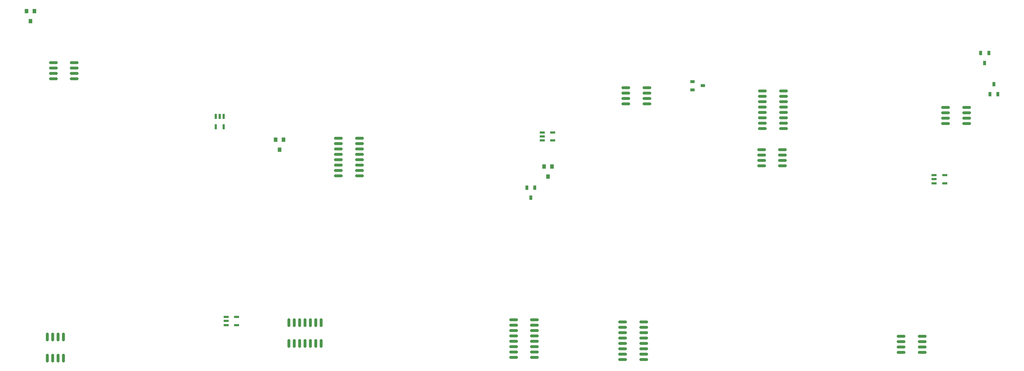
<source format=gtp>
%TF.GenerationSoftware,KiCad,Pcbnew,9.0.3*%
%TF.CreationDate,2025-12-20T20:15:01+09:00*%
%TF.ProjectId,VCOSeparate,56434f53-6570-4617-9261-74652e6b6963,rev?*%
%TF.SameCoordinates,Original*%
%TF.FileFunction,Paste,Top*%
%TF.FilePolarity,Positive*%
%FSLAX46Y46*%
G04 Gerber Fmt 4.6, Leading zero omitted, Abs format (unit mm)*
G04 Created by KiCad (PCBNEW 9.0.3) date 2025-12-20 20:15:01*
%MOMM*%
%LPD*%
G01*
G04 APERTURE LIST*
G04 Aperture macros list*
%AMRoundRect*
0 Rectangle with rounded corners*
0 $1 Rounding radius*
0 $2 $3 $4 $5 $6 $7 $8 $9 X,Y pos of 4 corners*
0 Add a 4 corners polygon primitive as box body*
4,1,4,$2,$3,$4,$5,$6,$7,$8,$9,$2,$3,0*
0 Add four circle primitives for the rounded corners*
1,1,$1+$1,$2,$3*
1,1,$1+$1,$4,$5*
1,1,$1+$1,$6,$7*
1,1,$1+$1,$8,$9*
0 Add four rect primitives between the rounded corners*
20,1,$1+$1,$2,$3,$4,$5,0*
20,1,$1+$1,$4,$5,$6,$7,0*
20,1,$1+$1,$6,$7,$8,$9,0*
20,1,$1+$1,$8,$9,$2,$3,0*%
G04 Aperture macros list end*
%ADD10RoundRect,0.150000X-0.825000X-0.150000X0.825000X-0.150000X0.825000X0.150000X-0.825000X0.150000X0*%
%ADD11R,1.000000X0.800000*%
%ADD12R,0.800000X1.000000*%
%ADD13R,1.200000X0.600000*%
%ADD14R,0.600000X1.200000*%
%ADD15RoundRect,0.150000X0.150000X-0.825000X0.150000X0.825000X-0.150000X0.825000X-0.150000X-0.825000X0*%
%ADD16R,0.950000X1.000000*%
%ADD17RoundRect,0.150000X-0.850000X-0.150000X0.850000X-0.150000X0.850000X0.150000X-0.850000X0.150000X0*%
%ADD18RoundRect,0.150000X-0.150000X0.825000X-0.150000X-0.825000X0.150000X-0.825000X0.150000X0.825000X0*%
G04 APERTURE END LIST*
D10*
%TO.C,IC9*%
X231143000Y-111443000D03*
X231143000Y-112713000D03*
X231143000Y-113983000D03*
X231143000Y-115253000D03*
X236093000Y-115253000D03*
X236093000Y-113983000D03*
X236093000Y-112713000D03*
X236093000Y-111443000D03*
%TD*%
D11*
%TO.C,Q2*%
X181877000Y-51247000D03*
X181877000Y-53147000D03*
X184277000Y-52197000D03*
%TD*%
D12*
%TO.C,Q6*%
X252095000Y-54229000D03*
X253995000Y-54229000D03*
X253045000Y-51829000D03*
%TD*%
D10*
%TO.C,U10*%
X30861000Y-46736000D03*
X30861000Y-48006000D03*
X30861000Y-49276000D03*
X30861000Y-50546000D03*
X35811000Y-50546000D03*
X35811000Y-49276000D03*
X35811000Y-48006000D03*
X35811000Y-46736000D03*
%TD*%
D13*
%TO.C,IC10*%
X238907000Y-73345000D03*
X238907000Y-74295000D03*
X238907000Y-75245000D03*
X241407000Y-75245000D03*
X241407000Y-73345000D03*
%TD*%
D14*
%TO.C,IC1*%
X71120000Y-59436000D03*
X70170000Y-59436000D03*
X69220000Y-59436000D03*
X69220000Y-61936000D03*
X71120000Y-61936000D03*
%TD*%
D15*
%TO.C,IC7*%
X29464000Y-116583000D03*
X30734000Y-116583000D03*
X32004000Y-116583000D03*
X33274000Y-116583000D03*
X33274000Y-111633000D03*
X32004000Y-111633000D03*
X30734000Y-111633000D03*
X29464000Y-111633000D03*
%TD*%
D16*
%TO.C,Q4*%
X148677000Y-71299000D03*
X146777000Y-71299000D03*
X147727000Y-73699000D03*
%TD*%
D12*
%TO.C,Q5*%
X144629000Y-76261000D03*
X142729000Y-76261000D03*
X143679000Y-78661000D03*
%TD*%
D10*
%TO.C,U8*%
X198163000Y-67330000D03*
X198163000Y-68600000D03*
X198163000Y-69870000D03*
X198163000Y-71140000D03*
X203113000Y-71140000D03*
X203113000Y-69870000D03*
X203113000Y-68600000D03*
X203113000Y-67330000D03*
%TD*%
D17*
%TO.C,IC2*%
X98171000Y-64643000D03*
X98171000Y-65913000D03*
X98171000Y-67183000D03*
X98171000Y-68453000D03*
X98171000Y-69723000D03*
X98171000Y-70993000D03*
X98171000Y-72263000D03*
X98171000Y-73533000D03*
X103171000Y-73533000D03*
X103171000Y-72263000D03*
X103171000Y-70993000D03*
X103171000Y-69723000D03*
X103171000Y-68453000D03*
X103171000Y-67183000D03*
X103171000Y-65913000D03*
X103171000Y-64643000D03*
%TD*%
D10*
%TO.C,U5*%
X198377000Y-53467000D03*
X198377000Y-54737000D03*
X198377000Y-56007000D03*
X198377000Y-57277000D03*
X198377000Y-58547000D03*
X198377000Y-59817000D03*
X198377000Y-61087000D03*
X198377000Y-62357000D03*
X203327000Y-62357000D03*
X203327000Y-61087000D03*
X203327000Y-59817000D03*
X203327000Y-58547000D03*
X203327000Y-57277000D03*
X203327000Y-56007000D03*
X203327000Y-54737000D03*
X203327000Y-53467000D03*
%TD*%
D18*
%TO.C,IC4*%
X94107000Y-108204000D03*
X92837000Y-108204000D03*
X91567000Y-108204000D03*
X90297000Y-108204000D03*
X89027000Y-108204000D03*
X87757000Y-108204000D03*
X86487000Y-108204000D03*
X86487000Y-113154000D03*
X87757000Y-113154000D03*
X89027000Y-113154000D03*
X90297000Y-113154000D03*
X91567000Y-113154000D03*
X92837000Y-113154000D03*
X94107000Y-113154000D03*
%TD*%
D13*
%TO.C,IC6*%
X146344000Y-63246000D03*
X146344000Y-64196000D03*
X146344000Y-65146000D03*
X148844000Y-65146000D03*
X148844000Y-63246000D03*
%TD*%
D10*
%TO.C,U1*%
X166119000Y-52705000D03*
X166119000Y-53975000D03*
X166119000Y-55245000D03*
X166119000Y-56515000D03*
X171069000Y-56515000D03*
X171069000Y-55245000D03*
X171069000Y-53975000D03*
X171069000Y-52705000D03*
%TD*%
%TO.C,U2*%
X139576000Y-107569000D03*
X139576000Y-108839000D03*
X139576000Y-110109000D03*
X139576000Y-111379000D03*
X139576000Y-112649000D03*
X139576000Y-113919000D03*
X139576000Y-115189000D03*
X139576000Y-116459000D03*
X144526000Y-116459000D03*
X144526000Y-115189000D03*
X144526000Y-113919000D03*
X144526000Y-112649000D03*
X144526000Y-111379000D03*
X144526000Y-110109000D03*
X144526000Y-108839000D03*
X144526000Y-107569000D03*
%TD*%
D13*
%TO.C,IC3*%
X71657000Y-106873000D03*
X71657000Y-107823000D03*
X71657000Y-108773000D03*
X74157000Y-108773000D03*
X74157000Y-106873000D03*
%TD*%
D12*
%TO.C,Q3*%
X251836000Y-44450000D03*
X249936000Y-44450000D03*
X250886000Y-46850000D03*
%TD*%
D16*
%TO.C,Q7*%
X26400000Y-34535000D03*
X24500000Y-34535000D03*
X25450000Y-36935000D03*
%TD*%
D10*
%TO.C,U3*%
X165357000Y-108077000D03*
X165357000Y-109347000D03*
X165357000Y-110617000D03*
X165357000Y-111887000D03*
X165357000Y-113157000D03*
X165357000Y-114427000D03*
X165357000Y-115697000D03*
X165357000Y-116967000D03*
X170307000Y-116967000D03*
X170307000Y-115697000D03*
X170307000Y-114427000D03*
X170307000Y-113157000D03*
X170307000Y-111887000D03*
X170307000Y-110617000D03*
X170307000Y-109347000D03*
X170307000Y-108077000D03*
%TD*%
%TO.C,U6*%
X241643500Y-57342500D03*
X241643500Y-58612500D03*
X241643500Y-59882500D03*
X241643500Y-61152500D03*
X246593500Y-61152500D03*
X246593500Y-59882500D03*
X246593500Y-58612500D03*
X246593500Y-57342500D03*
%TD*%
D16*
%TO.C,Q1*%
X85278000Y-64910000D03*
X83378000Y-64910000D03*
X84328000Y-67310000D03*
%TD*%
M02*

</source>
